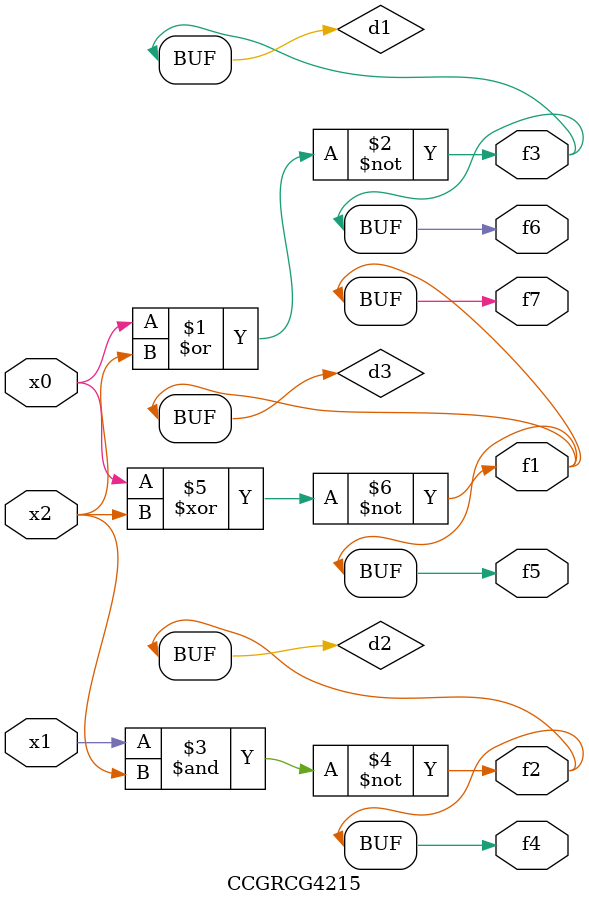
<source format=v>
module CCGRCG4215(
	input x0, x1, x2,
	output f1, f2, f3, f4, f5, f6, f7
);

	wire d1, d2, d3;

	nor (d1, x0, x2);
	nand (d2, x1, x2);
	xnor (d3, x0, x2);
	assign f1 = d3;
	assign f2 = d2;
	assign f3 = d1;
	assign f4 = d2;
	assign f5 = d3;
	assign f6 = d1;
	assign f7 = d3;
endmodule

</source>
